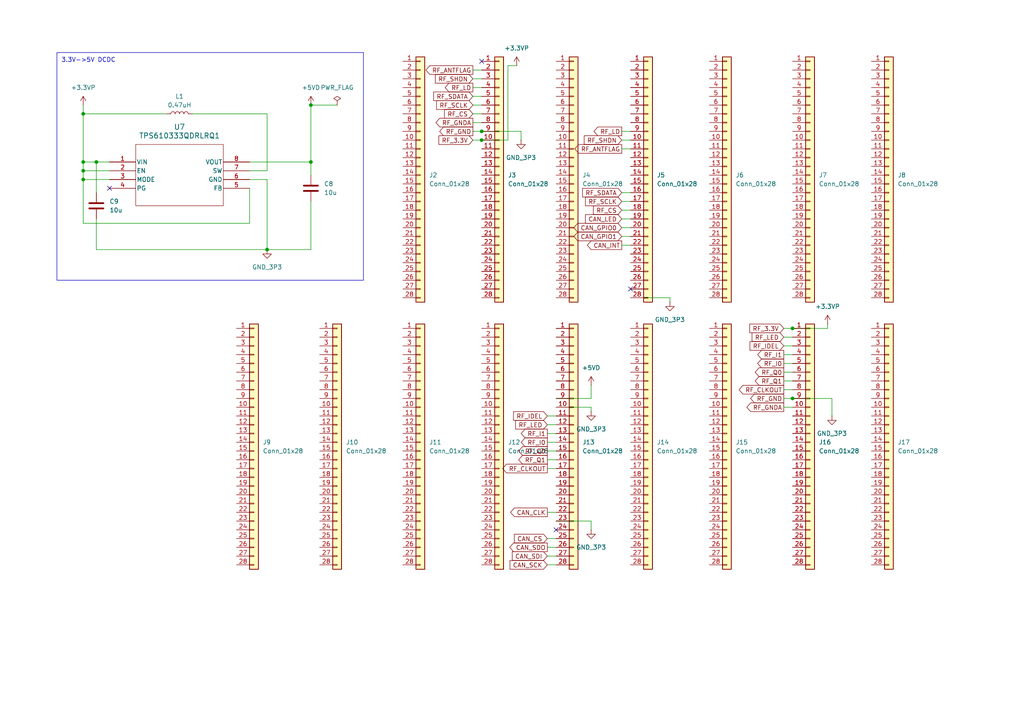
<source format=kicad_sch>
(kicad_sch (version 20250114) (generator "eeschema") (generator_version "9.0")
  (paper "A4")
  (title_block (title "CAN Isolation_Power Board") (date "2025-11-06") (rev "Ver.1.1") (company "ISHI-Kai"))
  (lib_symbols
    (symbol "Connector_Generic:Conn_01x28" (pin_names (offset 1.016) (hide yes))
      (property "Reference" "J" (at 0 35.56 0))
      (property "Value" "Conn_01x28" (at 0 -38.1 0))
      (symbol "Conn_01x28_1_1"
        (rectangle (start -1.27 34.29) (end 1.27 -36.83) (stroke (width 0.254)) (fill (type background)))
        (rectangle (start -1.27 33.147) (end 0 32.893) (stroke (width 0.1524)))
        (rectangle (start -1.27 30.607) (end 0 30.353) (stroke (width 0.1524)))
        (rectangle (start -1.27 28.067) (end 0 27.813) (stroke (width 0.1524)))
        (rectangle (start -1.27 25.527) (end 0 25.273) (stroke (width 0.1524)))
        (rectangle (start -1.27 22.987) (end 0 22.733) (stroke (width 0.1524)))
        (rectangle (start -1.27 20.447) (end 0 20.193) (stroke (width 0.1524)))
        (rectangle (start -1.27 17.907) (end 0 17.653) (stroke (width 0.1524)))
        (rectangle (start -1.27 15.367) (end 0 15.113) (stroke (width 0.1524)))
        (rectangle (start -1.27 12.827) (end 0 12.573) (stroke (width 0.1524)))
        (rectangle (start -1.27 10.287) (end 0 10.033) (stroke (width 0.1524)))
        (rectangle (start -1.27 7.747) (end 0 7.493) (stroke (width 0.1524)))
        (rectangle (start -1.27 5.207) (end 0 4.953) (stroke (width 0.1524)))
        (rectangle (start -1.27 2.667) (end 0 2.413) (stroke (width 0.1524)))
        (rectangle (start -1.27 0.127) (end 0 -0.127) (stroke (width 0.1524)))
        (rectangle (start -1.27 -2.413) (end 0 -2.667) (stroke (width 0.1524)))
        (rectangle (start -1.27 -4.953) (end 0 -5.207) (stroke (width 0.1524)))
        (rectangle (start -1.27 -7.493) (end 0 -7.747) (stroke (width 0.1524)))
        (rectangle (start -1.27 -10.033) (end 0 -10.287) (stroke (width 0.1524)))
        (rectangle (start -1.27 -12.573) (end 0 -12.827) (stroke (width 0.1524)))
        (rectangle (start -1.27 -15.113) (end 0 -15.367) (stroke (width 0.1524)))
        (rectangle (start -1.27 -17.653) (end 0 -17.907) (stroke (width 0.1524)))
        (rectangle (start -1.27 -20.193) (end 0 -20.447) (stroke (width 0.1524)))
        (rectangle (start -1.27 -22.733) (end 0 -22.987) (stroke (width 0.1524)))
        (rectangle (start -1.27 -25.273) (end 0 -25.527) (stroke (width 0.1524)))
        (rectangle (start -1.27 -27.813) (end 0 -28.067) (stroke (width 0.1524)))
        (rectangle (start -1.27 -30.353) (end 0 -30.607) (stroke (width 0.1524)))
        (rectangle (start -1.27 -32.893) (end 0 -33.147) (stroke (width 0.1524)))
        (rectangle (start -1.27 -35.433) (end 0 -35.687) (stroke (width 0.1524)))
        (pin passive line (at -5.08 33.02 0) (length 3.81) (name "Pin_1") (number "1"))
        (pin passive line (at -5.08 30.48 0) (length 3.81) (name "Pin_2") (number "2"))
        (pin passive line (at -5.08 27.94 0) (length 3.81) (name "Pin_3") (number "3"))
        (pin passive line (at -5.08 25.4 0) (length 3.81) (name "Pin_4") (number "4"))
        (pin passive line (at -5.08 22.86 0) (length 3.81) (name "Pin_5") (number "5"))
        (pin passive line (at -5.08 20.32 0) (length 3.81) (name "Pin_6") (number "6"))
        (pin passive line (at -5.08 17.78 0) (length 3.81) (name "Pin_7") (number "7"))
        (pin passive line (at -5.08 15.24 0) (length 3.81) (name "Pin_8") (number "8"))
        (pin passive line (at -5.08 12.7 0) (length 3.81) (name "Pin_9") (number "9"))
        (pin passive line (at -5.08 10.16 0) (length 3.81) (name "Pin_10") (number "10"))
        (pin passive line (at -5.08 7.62 0) (length 3.81) (name "Pin_11") (number "11"))
        (pin passive line (at -5.08 5.08 0) (length 3.81) (name "Pin_12") (number "12"))
        (pin passive line (at -5.08 2.54 0) (length 3.81) (name "Pin_13") (number "13"))
        (pin passive line (at -5.08 0 0) (length 3.81) (name "Pin_14") (number "14"))
        (pin passive line (at -5.08 -2.54 0) (length 3.81) (name "Pin_15") (number "15"))
        (pin passive line (at -5.08 -5.08 0) (length 3.81) (name "Pin_16") (number "16"))
        (pin passive line (at -5.08 -7.62 0) (length 3.81) (name "Pin_17") (number "17"))
        (pin passive line (at -5.08 -10.16 0) (length 3.81) (name "Pin_18") (number "18"))
        (pin passive line (at -5.08 -12.7 0) (length 3.81) (name "Pin_19") (number "19"))
        (pin passive line (at -5.08 -15.24 0) (length 3.81) (name "Pin_20") (number "20"))
        (pin passive line (at -5.08 -17.78 0) (length 3.81) (name "Pin_21") (number "21"))
        (pin passive line (at -5.08 -20.32 0) (length 3.81) (name "Pin_22") (number "22"))
        (pin passive line (at -5.08 -22.86 0) (length 3.81) (name "Pin_23") (number "23"))
        (pin passive line (at -5.08 -25.4 0) (length 3.81) (name "Pin_24") (number "24"))
        (pin passive line (at -5.08 -27.94 0) (length 3.81) (name "Pin_25") (number "25"))
        (pin passive line (at -5.08 -30.48 0) (length 3.81) (name "Pin_26") (number "26"))
        (pin passive line (at -5.08 -33.02 0) (length 3.81) (name "Pin_27") (number "27"))
        (pin passive line (at -5.08 -35.56 0) (length 3.81) (name "Pin_28") (number "28"))
      )
    )
    (symbol "Device:C" (pin_numbers (hide yes)) (pin_names (offset 0.254))
      (property "Reference" "C" (at 0.635 2.54 0))
      (property "Value" "C" (at 0.635 -2.54 0))
      (symbol "C_0_1"
        (polyline (pts (xy -2.032 0.762) (xy 2.032 0.762)) (stroke (width 0.508)))
        (polyline (pts (xy -2.032 -0.762) (xy 2.032 -0.762)) (stroke (width 0.508)))
      )
      (symbol "C_1_1"
        (pin passive line (at 0 3.81 270) (length 2.794) (name "~") (number "1"))
        (pin passive line (at 0 -3.81 90) (length 2.794) (name "~") (number "2"))
      )
    )
    (symbol "Device:L" (pin_numbers (hide yes)) (pin_names (offset 1.016) (hide yes))
      (property "Reference" "L" (at -1.27 0 90))
      (property "Value" "L" (at 1.905 0 90))
      (symbol "L_0_1"
        (arc (start 0 2.54) (mid 0.6323 1.905) (end 0 1.27))
        (arc (start 0 1.27) (mid 0.6323 0.635) (end 0 0))
        (arc (start 0 0) (mid 0.6323 -0.635) (end 0 -1.27))
        (arc (start 0 -1.27) (mid 0.6323 -1.905) (end 0 -2.54))
      )
      (symbol "L_1_1"
        (pin passive line (at 0 3.81 270) (length 1.27) (name "1") (number "1"))
        (pin passive line (at 0 -3.81 90) (length 1.27) (name "2") (number "2"))
      )
    )
    (symbol "TPS610333QDRLRQ1:TPS610333QDRLRQ1" (pin_names (offset 0.254))
      (property "Reference" "U" (at 20.32 10.16 0))
      (property "Value" "TPS610333QDRLRQ1" (at 20.32 7.62 0))
      (symbol "TPS610333QDRLRQ1_0_1"
        (polyline (pts (xy 7.62 5.08) (xy 7.62 -12.7)) (stroke (width 0.127)))
        (polyline (pts (xy 7.62 -12.7) (xy 33.02 -12.7)) (stroke (width 0.127)))
        (polyline (pts (xy 33.02 5.08) (xy 7.62 5.08)) (stroke (width 0.127)))
        (polyline (pts (xy 33.02 -12.7) (xy 33.02 5.08)) (stroke (width 0.127)))
        (pin power_in line (at 0 0 0) (length 7.62) (name "VIN") (number "1"))
        (pin input line (at 0 -2.54 0) (length 7.62) (name "EN") (number "2"))
        (pin input line (at 0 -5.08 0) (length 7.62) (name "MODE") (number "3"))
        (pin output line (at 0 -7.62 0) (length 7.62) (name "PG") (number "4"))
        (pin output line (at 40.64 0 180) (length 7.62) (name "VOUT") (number "8"))
        (pin power_in line (at 40.64 -2.54 180) (length 7.62) (name "SW") (number "7"))
        (pin power_out line (at 40.64 -5.08 180) (length 7.62) (name "GND") (number "6"))
        (pin input line (at 40.64 -7.62 180) (length 7.62) (name "FB") (number "5"))
      )
    )
    (symbol "power:+3.3VP" (power) (pin_numbers (hide yes)) (pin_names (offset 0) (hide yes))
      (property "Value" "+3.3VP" (at 0 3.556 0))
      (symbol "+3.3VP_0_0"
        (pin power_in line (at 0 0 90) (length 0) (name "~") (number "1"))
      )
      (symbol "+3.3VP_0_1"
        (polyline (pts (xy -0.762 1.27) (xy 0 2.54)))
        (polyline (pts (xy 0 2.54) (xy 0.762 1.27)))
        (polyline (pts (xy 0 0) (xy 0 2.54)))
      )
    )
    (symbol "power:+5VD" (power) (pin_numbers (hide yes)) (pin_names (offset 0) (hide yes))
      (property "Value" "+5VD" (at 0 3.556 0))
      (symbol "+5VD_0_1"
        (polyline (pts (xy -0.762 1.27) (xy 0 2.54)))
        (polyline (pts (xy 0 2.54) (xy 0.762 1.27)))
        (polyline (pts (xy 0 0) (xy 0 2.54)))
      )
      (symbol "+5VD_1_1"
        (pin power_in line (at 0 0 90) (length 0) (name "~") (number "1"))
      )
    )
    (symbol "power:GND1" (power) (pin_numbers (hide yes)) (pin_names (offset 0) (hide yes))
      (property "Value" "GND1" (at 0 -3.81 0))
      (symbol "GND1_0_1"
        (polyline (pts (xy 0 0) (xy 0 -1.27) (xy 1.27 -1.27) (xy 0 -2.54) (xy -1.27 -1.27) (xy 0 -1.27)))
      )
      (symbol "GND1_1_1"
        (pin power_in line (at 0 0 270) (length 0) (name "~") (number "1"))
      )
    )
    (symbol "power:PWR_FLAG" (power) (pin_numbers (hide yes)) (pin_names (offset 0) (hide yes))
      (property "Value" "PWR_FLAG" (at 0 3.81 0))
      (symbol "PWR_FLAG_0_0"
        (pin power_out line (at 0 0 90) (length 0) (name "~") (number "1"))
      )
      (symbol "PWR_FLAG_0_1"
        (polyline (pts (xy 0 0) (xy 0 1.27) (xy -1.016 1.905) (xy 0 2.54) (xy 1.016 1.905) (xy 0 1.27)))
      )
    )
  )
  (rectangle (start 16.51 15.24) (end 105.41 81.28))
  (text "3.3V->5V DCDC" (at 25.654 17.526 0) (effects (font (size 1.27 1.27))))
  (junction (at 139.7 38.1))
  (junction (at 90.17 30.48))
  (junction (at 24.13 52.07))
  (junction (at 24.13 46.99))
  (junction (at 24.13 33.02))
  (junction (at 24.13 49.53))
  (junction (at 90.17 46.99))
  (junction (at 27.94 46.99))
  (junction (at 77.47 72.39))
  (junction (at 139.7 40.64))
  (junction (at 229.87 115.57))
  (junction (at 229.87 95.25))
  (no_connect (at 139.7 17.78))
  (no_connect (at 182.88 83.82))
  (no_connect (at 31.75 54.61))
  (no_connect (at 161.29 153.67))
  (wire (pts (xy 171.45 115.57) (xy 161.29 115.57)))
  (wire (pts (xy 90.17 30.48) (xy 90.17 46.99)))
  (wire (pts (xy 241.3 120.65) (xy 241.3 115.57)))
  (wire (pts (xy 158.75 161.29) (xy 161.29 161.29)))
  (wire (pts (xy 227.33 97.79) (xy 229.87 97.79)))
  (wire (pts (xy 158.75 163.83) (xy 161.29 163.83)))
  (wire (pts (xy 180.34 60.96) (xy 182.88 60.96)))
  (wire (pts (xy 158.75 135.89) (xy 161.29 135.89)))
  (wire (pts (xy 227.33 100.33) (xy 229.87 100.33)))
  (wire (pts (xy 158.75 125.73) (xy 161.29 125.73)))
  (wire (pts (xy 147.32 40.64) (xy 139.7 40.64)))
  (wire (pts (xy 24.13 33.02) (xy 24.13 30.48)))
  (wire (pts (xy 180.34 68.58) (xy 182.88 68.58)))
  (wire (pts (xy 24.13 49.53) (xy 24.13 46.99)))
  (wire (pts (xy 194.31 86.36) (xy 182.88 86.36)))
  (wire (pts (xy 137.16 38.1) (xy 139.7 38.1)))
  (wire (pts (xy 24.13 46.99) (xy 27.94 46.99)))
  (wire (pts (xy 31.75 52.07) (xy 24.13 52.07)))
  (wire (pts (xy 180.34 66.04) (xy 182.88 66.04)))
  (wire (pts (xy 77.47 52.07) (xy 77.47 72.39)))
  (wire (pts (xy 27.94 46.99) (xy 31.75 46.99)))
  (wire (pts (xy 55.88 33.02) (xy 77.47 33.02)))
  (wire (pts (xy 158.75 156.21) (xy 161.29 156.21)))
  (wire (pts (xy 171.45 153.67) (xy 171.45 151.13)))
  (wire (pts (xy 227.33 110.49) (xy 229.87 110.49)))
  (wire (pts (xy 194.31 87.63) (xy 194.31 86.36)))
  (wire (pts (xy 90.17 58.42) (xy 90.17 72.39)))
  (wire (pts (xy 90.17 72.39) (xy 77.47 72.39)))
  (wire (pts (xy 158.75 148.59) (xy 161.29 148.59)))
  (wire (pts (xy 158.75 123.19) (xy 161.29 123.19)))
  (wire (pts (xy 137.16 40.64) (xy 139.7 40.64)))
  (wire (pts (xy 180.34 38.1) (xy 182.88 38.1)))
  (wire (pts (xy 227.33 107.95) (xy 229.87 107.95)))
  (wire (pts (xy 72.39 64.77) (xy 24.13 64.77)))
  (wire (pts (xy 24.13 33.02) (xy 48.26 33.02)))
  (wire (pts (xy 137.16 22.86) (xy 139.7 22.86)))
  (wire (pts (xy 137.16 35.56) (xy 139.7 35.56)))
  (wire (pts (xy 227.33 105.41) (xy 229.87 105.41)))
  (wire (pts (xy 158.75 130.81) (xy 161.29 130.81)))
  (wire (pts (xy 77.47 49.53) (xy 72.39 49.53)))
  (wire (pts (xy 227.33 113.03) (xy 229.87 113.03)))
  (wire (pts (xy 24.13 64.77) (xy 24.13 52.07)))
  (wire (pts (xy 147.32 19.05) (xy 147.32 40.64)))
  (wire (pts (xy 180.34 40.64) (xy 182.88 40.64)))
  (wire (pts (xy 24.13 46.99) (xy 24.13 33.02)))
  (wire (pts (xy 161.29 118.11) (xy 171.45 118.11)))
  (wire (pts (xy 72.39 46.99) (xy 90.17 46.99)))
  (wire (pts (xy 31.75 49.53) (xy 24.13 49.53)))
  (wire (pts (xy 227.33 102.87) (xy 229.87 102.87)))
  (wire (pts (xy 171.45 111.76) (xy 171.45 115.57)))
  (wire (pts (xy 77.47 33.02) (xy 77.47 49.53)))
  (wire (pts (xy 72.39 52.07) (xy 77.47 52.07)))
  (wire (pts (xy 227.33 118.11) (xy 229.87 118.11)))
  (wire (pts (xy 158.75 120.65) (xy 161.29 120.65)))
  (wire (pts (xy 90.17 30.48) (xy 97.79 30.48)))
  (wire (pts (xy 90.17 46.99) (xy 90.17 50.8)))
  (wire (pts (xy 72.39 54.61) (xy 72.39 64.77)))
  (wire (pts (xy 137.16 20.32) (xy 139.7 20.32)))
  (wire (pts (xy 227.33 115.57) (xy 229.87 115.57)))
  (wire (pts (xy 240.03 95.25) (xy 229.87 95.25)))
  (wire (pts (xy 149.86 19.05) (xy 147.32 19.05)))
  (wire (pts (xy 137.16 33.02) (xy 139.7 33.02)))
  (wire (pts (xy 137.16 30.48) (xy 139.7 30.48)))
  (wire (pts (xy 180.34 63.5) (xy 182.88 63.5)))
  (wire (pts (xy 180.34 71.12) (xy 182.88 71.12)))
  (wire (pts (xy 151.13 38.1) (xy 139.7 38.1)))
  (wire (pts (xy 229.87 115.57) (xy 241.3 115.57)))
  (wire (pts (xy 137.16 27.94) (xy 139.7 27.94)))
  (wire (pts (xy 27.94 72.39) (xy 77.47 72.39)))
  (wire (pts (xy 180.34 43.18) (xy 182.88 43.18)))
  (wire (pts (xy 158.75 128.27) (xy 161.29 128.27)))
  (wire (pts (xy 180.34 55.88) (xy 182.88 55.88)))
  (wire (pts (xy 171.45 151.13) (xy 161.29 151.13)))
  (wire (pts (xy 227.33 95.25) (xy 229.87 95.25)))
  (wire (pts (xy 158.75 158.75) (xy 161.29 158.75)))
  (wire (pts (xy 158.75 133.35) (xy 161.29 133.35)))
  (wire (pts (xy 137.16 25.4) (xy 139.7 25.4)))
  (wire (pts (xy 151.13 40.64) (xy 151.13 38.1)))
  (wire (pts (xy 24.13 52.07) (xy 24.13 49.53)))
  (wire (pts (xy 27.94 63.5) (xy 27.94 72.39)))
  (wire (pts (xy 240.03 93.98) (xy 240.03 95.25)))
  (wire (pts (xy 180.34 58.42) (xy 182.88 58.42)))
  (wire (pts (xy 171.45 118.11) (xy 171.45 119.38)))
  (wire (pts (xy 27.94 46.99) (xy 27.94 55.88)))
  (global_label "RF_CS" (shape input) (at 137.16 33.02 180) (property "Intersheetrefs" "${INTERSHEET_REFS}" (effects (hide yes))))
  (global_label "CAN_GPIO0" (shape bidirectional) (at 180.34 66.04 180) (property "Intersheetrefs" "${INTERSHEET_REFS}" (effects (hide yes))))
  (global_label "RF_3.3V" (shape input) (at 137.16 40.64 180) (property "Intersheetrefs" "${INTERSHEET_REFS}" (effects (hide yes))))
  (global_label "RF_LD" (shape output) (at 180.34 38.1 180) (property "Intersheetrefs" "${INTERSHEET_REFS}" (effects (hide yes))))
  (global_label "RF_SDATA" (shape input) (at 180.34 55.88 180) (property "Intersheetrefs" "${INTERSHEET_REFS}" (effects (hide yes))))
  (global_label "RF_IDEL" (shape input) (at 158.75 120.65 180) (property "Intersheetrefs" "${INTERSHEET_REFS}" (effects (hide yes))))
  (global_label "RF_IDEL" (shape input) (at 227.33 100.33 180) (property "Intersheetrefs" "${INTERSHEET_REFS}" (effects (hide yes))))
  (global_label "RF_CLKOUT" (shape output) (at 227.33 113.03 180) (property "Intersheetrefs" "${INTERSHEET_REFS}" (effects (hide yes))))
  (global_label "RF_CS" (shape input) (at 180.34 60.96 180) (property "Intersheetrefs" "${INTERSHEET_REFS}" (effects (hide yes))))
  (global_label "RF_Q1" (shape output) (at 158.75 133.35 180) (property "Intersheetrefs" "${INTERSHEET_REFS}" (effects (hide yes))))
  (global_label "CAN_SDI" (shape input) (at 158.75 161.29 180) (property "Intersheetrefs" "${INTERSHEET_REFS}" (effects (hide yes))))
  (global_label "RF_SHDN" (shape input) (at 180.34 40.64 180) (property "Intersheetrefs" "${INTERSHEET_REFS}" (effects (hide yes))))
  (global_label "RF_LED" (shape input) (at 158.75 123.19 180) (property "Intersheetrefs" "${INTERSHEET_REFS}" (effects (hide yes))))
  (global_label "RF_GND" (shape output) (at 137.16 38.1 180) (property "Intersheetrefs" "${INTERSHEET_REFS}" (effects (hide yes))))
  (global_label "RF_SHDN" (shape input) (at 137.16 22.86 180) (property "Intersheetrefs" "${INTERSHEET_REFS}" (effects (hide yes))))
  (global_label "CAN_LED" (shape input) (at 180.34 63.5 180) (property "Intersheetrefs" "${INTERSHEET_REFS}" (effects (hide yes))))
  (global_label "RF_3.3V" (shape input) (at 227.33 95.25 180) (property "Intersheetrefs" "${INTERSHEET_REFS}" (effects (hide yes))))
  (global_label "RF_SCLK" (shape input) (at 180.34 58.42 180) (property "Intersheetrefs" "${INTERSHEET_REFS}" (effects (hide yes))))
  (global_label "RF_SCLK" (shape input) (at 137.16 30.48 180) (property "Intersheetrefs" "${INTERSHEET_REFS}" (effects (hide yes))))
  (global_label "RF_Q0" (shape output) (at 227.33 107.95 180) (property "Intersheetrefs" "${INTERSHEET_REFS}" (effects (hide yes))))
  (global_label "RF_LED" (shape input) (at 227.33 97.79 180) (property "Intersheetrefs" "${INTERSHEET_REFS}" (effects (hide yes))))
  (global_label "CAN_SCK" (shape input) (at 158.75 163.83 180) (property "Intersheetrefs" "${INTERSHEET_REFS}" (effects (hide yes))))
  (global_label "RF_GNDA" (shape output) (at 227.33 118.11 180) (property "Intersheetrefs" "${INTERSHEET_REFS}" (effects (hide yes))))
  (global_label "CAN_INT" (shape output) (at 180.34 71.12 180) (property "Intersheetrefs" "${INTERSHEET_REFS}" (effects (hide yes))))
  (global_label "RF_GND" (shape output) (at 227.33 115.57 180) (property "Intersheetrefs" "${INTERSHEET_REFS}" (effects (hide yes))))
  (global_label "CAN_SDO" (shape output) (at 158.75 158.75 180) (property "Intersheetrefs" "${INTERSHEET_REFS}" (effects (hide yes))))
  (global_label "RF_SDATA" (shape input) (at 137.16 27.94 180) (property "Intersheetrefs" "${INTERSHEET_REFS}" (effects (hide yes))))
  (global_label "RF_GNDA" (shape output) (at 137.16 35.56 180) (property "Intersheetrefs" "${INTERSHEET_REFS}" (effects (hide yes))))
  (global_label "RF_CLKOUT" (shape output) (at 158.75 135.89 180) (property "Intersheetrefs" "${INTERSHEET_REFS}" (effects (hide yes))))
  (global_label "RF_I0" (shape output) (at 227.33 105.41 180) (property "Intersheetrefs" "${INTERSHEET_REFS}" (effects (hide yes))))
  (global_label "CAN_CLK" (shape output) (at 158.75 148.59 180) (property "Intersheetrefs" "${INTERSHEET_REFS}" (effects (hide yes))))
  (global_label "RF_ANTFLAG" (shape output) (at 180.34 43.18 180) (property "Intersheetrefs" "${INTERSHEET_REFS}" (effects (hide yes))))
  (global_label "RF_LD" (shape output) (at 137.16 25.4 180) (property "Intersheetrefs" "${INTERSHEET_REFS}" (effects (hide yes))))
  (global_label "RF_Q0" (shape output) (at 158.75 130.81 180) (property "Intersheetrefs" "${INTERSHEET_REFS}" (effects (hide yes))))
  (global_label "RF_ANTFLAG" (shape output) (at 137.16 20.32 180) (property "Intersheetrefs" "${INTERSHEET_REFS}" (effects (hide yes))))
  (global_label "RF_I0" (shape output) (at 158.75 128.27 180) (property "Intersheetrefs" "${INTERSHEET_REFS}" (effects (hide yes))))
  (global_label "RF_I1" (shape output) (at 158.75 125.73 180) (property "Intersheetrefs" "${INTERSHEET_REFS}" (effects (hide yes))))
  (global_label "RF_Q1" (shape output) (at 227.33 110.49 180) (property "Intersheetrefs" "${INTERSHEET_REFS}" (effects (hide yes))))
  (global_label "CAN_CS" (shape input) (at 158.75 156.21 180) (property "Intersheetrefs" "${INTERSHEET_REFS}" (effects (hide yes))))
  (global_label "CAN_GPIO1" (shape bidirectional) (at 180.34 68.58 180) (property "Intersheetrefs" "${INTERSHEET_REFS}" (effects (hide yes))))
  (global_label "RF_I1" (shape output) (at 227.33 102.87 180) (property "Intersheetrefs" "${INTERSHEET_REFS}" (effects (hide yes))))
  (symbol (lib_id "power:GND1") (at 194.31 87.63 0) (unit 1)
    (property "Reference" "#PWR031" (effects (hide yes)))
    (property "Value" "GND_3P3" (at 194.31 92.71 0))
    (property "Description" "Power symbol creates a global label with name \"GND1\" , ground" (effects (hide yes)))
  )
  (symbol (lib_id "Connector_Generic:Conn_01x28") (at 210.82 50.8 0) (unit 1)
    (property "Reference" "J6" (at 213.36 50.7999 0) (effects (justify left)))
    (property "Value" "Conn_01x28" (at 213.36 53.3399 0) (effects (justify left)))
    (property "Footprint" "CAN_Isolation:PinHeader_1x28_P2.54mm_NoSilkScreen" (effects (hide yes)))
    (property "Description" "Generic connector, single row, 01x28, script generated (kicad-library-utils/schlib/autogen/connector/)" (effects (hide yes)))
  )
  (symbol (lib_id "Device:C") (at 90.17 54.61 0) (unit 1)
    (property "Reference" "C8" (at 93.98 53.3399 0) (effects (justify left)))
    (property "Value" "10u" (at 93.98 55.8799 0) (effects (justify left)))
    (property "Footprint" "Capacitor_SMD:C_0603_1608Metric" (effects (hide yes)))
    (property "Description" "Unpolarized capacitor" (effects (hide yes)))
  )
  (symbol (lib_id "Connector_Generic:Conn_01x28") (at 257.81 128.27 0) (unit 1)
    (property "Reference" "J17" (at 260.35 128.2699 0) (effects (justify left)))
    (property "Value" "Conn_01x28" (at 260.35 130.8099 0) (effects (justify left)))
    (property "Footprint" "CAN_Isolation:PinHeader_1x28_P2.54mm_NoSilkScreen" (effects (hide yes)))
    (property "Description" "Generic connector, single row, 01x28, script generated (kicad-library-utils/schlib/autogen/connector/)" (effects (hide yes)))
  )
  (symbol (lib_id "power:GND1") (at 151.13 40.64 0) (unit 1)
    (property "Reference" "#PWR028" (effects (hide yes)))
    (property "Value" "GND_3P3" (at 151.13 45.72 0))
    (property "Description" "Power symbol creates a global label with name \"GND1\" , ground" (effects (hide yes)))
  )
  (symbol (lib_id "power:GND1") (at 241.3 120.65 0) (unit 1)
    (property "Reference" "#PWR027" (effects (hide yes)))
    (property "Value" "GND_3P3" (at 241.3 125.73 0))
    (property "Description" "Power symbol creates a global label with name \"GND1\" , ground" (effects (hide yes)))
  )
  (symbol (lib_id "Connector_Generic:Conn_01x28") (at 144.78 50.8 0) (unit 1)
    (property "Reference" "J3" (at 147.32 50.7999 0) (effects (justify left)))
    (property "Value" "Conn_01x28" (at 147.32 53.3399 0) (effects (justify left)))
    (property "Footprint" "CAN_Isolation:PinHeader_1x28_P2.54mm_NoSilkScreen" (effects (hide yes)))
    (property "Description" "Generic connector, single row, 01x28, script generated (kicad-library-utils/schlib/autogen/connector/)" (effects (hide yes)))
  )
  (symbol (lib_id "TPS610333QDRLRQ1:TPS610333QDRLRQ1") (at 31.75 46.99 0) (unit 1)
    (property "Reference" "U7" (at 52.07 36.83 0) (effects (font (size 1.524 1.524))))
    (property "Value" "TPS610333QDRLRQ1" (at 52.07 39.37 0) (effects (font (size 1.524 1.524))))
    (property "Footprint" "CAN_Isolation:SOT-5X3-8_DRL_TEX" (effects (hide yes)))
    (property "Datasheet" "https://www.ti.com/lit/gpn/tps610333-q1" (effects (hide yes)))
  )
  (symbol (lib_id "Device:C") (at 27.94 59.69 0) (unit 1)
    (property "Reference" "C9" (at 31.75 58.4199 0) (effects (justify left)))
    (property "Value" "10u" (at 31.75 60.9599 0) (effects (justify left)))
    (property "Footprint" "Capacitor_SMD:C_0603_1608Metric" (effects (hide yes)))
    (property "Description" "Unpolarized capacitor" (effects (hide yes)))
  )
  (symbol (lib_id "power:GND1") (at 171.45 153.67 0) (unit 1)
    (property "Reference" "#PWR032" (effects (hide yes)))
    (property "Value" "GND_3P3" (at 171.45 158.75 0))
    (property "Description" "Power symbol creates a global label with name \"GND1\" , ground" (effects (hide yes)))
  )
  (symbol (lib_id "Connector_Generic:Conn_01x28") (at 97.79 128.27 0) (unit 1)
    (property "Reference" "J10" (at 100.33 128.2699 0) (effects (justify left)))
    (property "Value" "Conn_01x28" (at 100.33 130.8099 0) (effects (justify left)))
    (property "Footprint" "CAN_Isolation:PinHeader_1x28_P2.54mm_NoSilkScreen" (effects (hide yes)))
    (property "Description" "Generic connector, single row, 01x28, script generated (kicad-library-utils/schlib/autogen/connector/)" (effects (hide yes)))
  )
  (symbol (lib_id "Connector_Generic:Conn_01x28") (at 121.92 128.27 0) (unit 1)
    (property "Reference" "J11" (at 124.46 128.2699 0) (effects (justify left)))
    (property "Value" "Conn_01x28" (at 124.46 130.8099 0) (effects (justify left)))
    (property "Footprint" "CAN_Isolation:PinHeader_1x28_P2.54mm_NoSilkScreen" (effects (hide yes)))
    (property "Description" "Generic connector, single row, 01x28, script generated (kicad-library-utils/schlib/autogen/connector/)" (effects (hide yes)))
  )
  (symbol (lib_id "Connector_Generic:Conn_01x28") (at 257.81 50.8 0) (unit 1)
    (property "Reference" "J8" (at 260.35 50.7999 0) (effects (justify left)))
    (property "Value" "Conn_01x28" (at 260.35 53.3399 0) (effects (justify left)))
    (property "Footprint" "CAN_Isolation:PinHeader_1x28_P2.54mm_NoSilkScreen" (effects (hide yes)))
    (property "Description" "Generic connector, single row, 01x28, script generated (kicad-library-utils/schlib/autogen/connector/)" (effects (hide yes)))
  )
  (symbol (lib_id "power:+5VD") (at 90.17 30.48 0) (unit 1)
    (property "Reference" "#PWR020" (effects (hide yes)))
    (property "Value" "+5VD" (at 90.17 25.4 0))
    (property "Description" "Power symbol creates a global label with name \"+5VD\"" (effects (hide yes)))
  )
  (symbol (lib_id "power:+3.3VP") (at 240.03 93.98 0) (unit 1)
    (property "Reference" "#PWR026" (effects (hide yes)))
    (property "Value" "+3.3VP" (at 240.03 88.9 0))
    (property "Description" "Power symbol creates a global label with name \"+3.3VP\"" (effects (hide yes)))
  )
  (symbol (lib_id "Connector_Generic:Conn_01x28") (at 187.96 128.27 0) (unit 1)
    (property "Reference" "J14" (at 190.5 128.2699 0) (effects (justify left)))
    (property "Value" "Conn_01x28" (at 190.5 130.8099 0) (effects (justify left)))
    (property "Footprint" "CAN_Isolation:PinHeader_1x28_P2.54mm_NoSilkScreen" (effects (hide yes)))
    (property "Description" "Generic connector, single row, 01x28, script generated (kicad-library-utils/schlib/autogen/connector/)" (effects (hide yes)))
  )
  (symbol (lib_id "power:+5VD") (at 171.45 111.76 0) (unit 1)
    (property "Reference" "#PWR029" (effects (hide yes)))
    (property "Value" "+5VD" (at 171.45 106.68 0))
    (property "Description" "Power symbol creates a global label with name \"+5VD\"" (effects (hide yes)))
  )
  (symbol (lib_id "Connector_Generic:Conn_01x28") (at 234.95 128.27 0) (unit 1)
    (property "Reference" "J16" (at 237.49 128.2699 0) (effects (justify left)))
    (property "Value" "Conn_01x28" (at 237.49 130.8099 0) (effects (justify left)))
    (property "Footprint" "CAN_Isolation:PinHeader_1x28_P2.54mm_NoSilkScreen" (effects (hide yes)))
    (property "Description" "Generic connector, single row, 01x28, script generated (kicad-library-utils/schlib/autogen/connector/)" (effects (hide yes)))
  )
  (symbol (lib_id "Connector_Generic:Conn_01x28") (at 187.96 50.8 0) (unit 1)
    (property "Reference" "J5" (at 190.5 50.7999 0) (effects (justify left)))
    (property "Value" "Conn_01x28" (at 190.5 53.3399 0) (effects (justify left)))
    (property "Footprint" "CAN_Isolation:PinHeader_1x28_P2.54mm_NoSilkScreen" (effects (hide yes)))
    (property "Description" "Generic connector, single row, 01x28, script generated (kicad-library-utils/schlib/autogen/connector/)" (effects (hide yes)))
  )
  (symbol (lib_id "Connector_Generic:Conn_01x28") (at 121.92 50.8 0) (unit 1)
    (property "Reference" "J2" (at 124.46 50.7999 0) (effects (justify left)))
    (property "Value" "Conn_01x28" (at 124.46 53.3399 0) (effects (justify left)))
    (property "Footprint" "CAN_Isolation:PinHeader_1x28_P2.54mm_NoSilkScreen" (effects (hide yes)))
    (property "Description" "Generic connector, single row, 01x28, script generated (kicad-library-utils/schlib/autogen/connector/)" (effects (hide yes)))
  )
  (symbol (lib_id "Connector_Generic:Conn_01x28") (at 210.82 128.27 0) (unit 1)
    (property "Reference" "J15" (at 213.36 128.2699 0) (effects (justify left)))
    (property "Value" "Conn_01x28" (at 213.36 130.8099 0) (effects (justify left)))
    (property "Footprint" "CAN_Isolation:PinHeader_1x28_P2.54mm_NoSilkScreen" (effects (hide yes)))
    (property "Description" "Generic connector, single row, 01x28, script generated (kicad-library-utils/schlib/autogen/connector/)" (effects (hide yes)))
  )
  (symbol (lib_id "Device:L") (at 52.07 33.02 90) (unit 1)
    (property "Reference" "L1" (at 52.07 27.94 90))
    (property "Value" "0.47uH" (at 52.07 30.48 90))
    (property "Footprint" "CAN_Isolation:IND_LCCN_1608KK_TAY" (effects (hide yes)))
    (property "Description" "Inductor" (effects (hide yes)))
  )
  (symbol (lib_id "Connector_Generic:Conn_01x28") (at 73.66 128.27 0) (unit 1)
    (property "Reference" "J9" (at 76.2 128.2699 0) (effects (justify left)))
    (property "Value" "Conn_01x28" (at 76.2 130.8099 0) (effects (justify left)))
    (property "Footprint" "CAN_Isolation:PinHeader_1x28_P2.54mm_NoSilkScreen" (effects (hide yes)))
    (property "Description" "Generic connector, single row, 01x28, script generated (kicad-library-utils/schlib/autogen/connector/)" (effects (hide yes)))
  )
  (symbol (lib_id "power:GND1") (at 77.47 72.39 0) (unit 1)
    (property "Reference" "#PWR019" (effects (hide yes)))
    (property "Value" "GND_3P3" (at 77.47 77.47 0))
    (property "Description" "Power symbol creates a global label with name \"GND1\" , ground" (effects (hide yes)))
  )
  (symbol (lib_id "Connector_Generic:Conn_01x28") (at 144.78 128.27 0) (unit 1)
    (property "Reference" "J12" (at 147.32 128.2699 0) (effects (justify left)))
    (property "Value" "Conn_01x28" (at 147.32 130.8099 0) (effects (justify left)))
    (property "Footprint" "CAN_Isolation:PinHeader_1x28_P2.54mm_NoSilkScreen" (effects (hide yes)))
    (property "Description" "Generic connector, single row, 01x28, script generated (kicad-library-utils/schlib/autogen/connector/)" (effects (hide yes)))
  )
  (symbol (lib_id "power:GND1") (at 171.45 119.38 0) (unit 1)
    (property "Reference" "#PWR030" (effects (hide yes)))
    (property "Value" "GND_3P3" (at 171.45 124.46 0))
    (property "Description" "Power symbol creates a global label with name \"GND1\" , ground" (effects (hide yes)))
  )
  (symbol (lib_id "power:PWR_FLAG") (at 97.79 30.48 0) (unit 1)
    (property "Reference" "#FLG01" (effects (hide yes)))
    (property "Value" "PWR_FLAG" (at 97.79 25.4 0))
    (property "Description" "Special symbol for telling ERC where power comes from" (effects (hide yes)))
  )
  (symbol (lib_id "Connector_Generic:Conn_01x28") (at 166.37 128.27 0) (unit 1)
    (property "Reference" "J13" (at 168.91 128.2699 0) (effects (justify left)))
    (property "Value" "Conn_01x28" (at 168.91 130.8099 0) (effects (justify left)))
    (property "Footprint" "CAN_Isolation:PinHeader_1x28_P2.54mm_NoSilkScreen" (effects (hide yes)))
    (property "Description" "Generic connector, single row, 01x28, script generated (kicad-library-utils/schlib/autogen/connector/)" (effects (hide yes)))
  )
  (symbol (lib_id "Connector_Generic:Conn_01x28") (at 166.37 50.8 0) (unit 1)
    (property "Reference" "J4" (at 168.91 50.7999 0) (effects (justify left)))
    (property "Value" "Conn_01x28" (at 168.91 53.3399 0) (effects (justify left)))
    (property "Footprint" "CAN_Isolation:PinHeader_1x28_P2.54mm_NoSilkScreen" (effects (hide yes)))
    (property "Description" "Generic connector, single row, 01x28, script generated (kicad-library-utils/schlib/autogen/connector/)" (effects (hide yes)))
  )
  (symbol (lib_id "power:+3.3VP") (at 24.13 30.48 0) (unit 1)
    (property "Reference" "#PWR018" (effects (hide yes)))
    (property "Value" "+3.3VP" (at 24.13 25.4 0))
    (property "Description" "Power symbol creates a global label with name \"+3.3VP\"" (effects (hide yes)))
  )
  (symbol (lib_id "power:+3.3VP") (at 149.86 19.05 0) (unit 1)
    (property "Reference" "#PWR025" (effects (hide yes)))
    (property "Value" "+3.3VP" (at 149.86 13.97 0))
    (property "Description" "Power symbol creates a global label with name \"+3.3VP\"" (effects (hide yes)))
  )
  (symbol (lib_id "Connector_Generic:Conn_01x28") (at 234.95 50.8 0) (unit 1)
    (property "Reference" "J7" (at 237.49 50.7999 0) (effects (justify left)))
    (property "Value" "Conn_01x28" (at 237.49 53.3399 0) (effects (justify left)))
    (property "Footprint" "CAN_Isolation:PinHeader_1x28_P2.54mm_NoSilkScreen" (effects (hide yes)))
    (property "Description" "Generic connector, single row, 01x28, script generated (kicad-library-utils/schlib/autogen/connector/)" (effects (hide yes)))
  )
)
</source>
